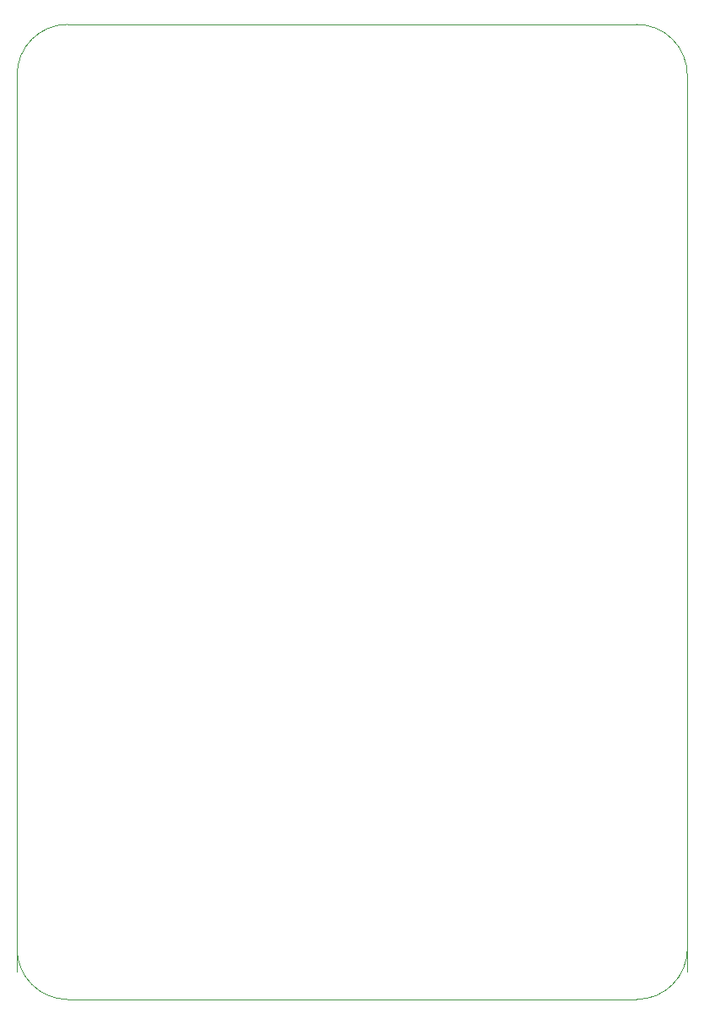
<source format=gbr>
%TF.GenerationSoftware,KiCad,Pcbnew,8.0.6*%
%TF.CreationDate,2024-10-21T23:06:16+01:00*%
%TF.ProjectId,vrishpad,76726973-6870-4616-942e-6b696361645f,rev?*%
%TF.SameCoordinates,Original*%
%TF.FileFunction,Profile,NP*%
%FSLAX46Y46*%
G04 Gerber Fmt 4.6, Leading zero omitted, Abs format (unit mm)*
G04 Created by KiCad (PCBNEW 8.0.6) date 2024-10-21 23:06:16*
%MOMM*%
%LPD*%
G01*
G04 APERTURE LIST*
%TA.AperFunction,Profile*%
%ADD10C,0.050000*%
%TD*%
G04 APERTURE END LIST*
D10*
X100337898Y-112007898D02*
G75*
G02*
X95257898Y-117087898I-5080000J0D01*
G01*
X38100000Y-117087898D02*
G75*
G02*
X33020000Y-112007898I0J5080000D01*
G01*
X95250000Y-19304000D02*
X38100000Y-19304000D01*
X38100000Y-117087898D02*
X95250000Y-117087898D01*
X95250000Y-19304000D02*
G75*
G02*
X100330000Y-24384000I0J-5080000D01*
G01*
X33020000Y-24384000D02*
G75*
G02*
X38100000Y-19304000I5080000J0D01*
G01*
X100330000Y-114300000D02*
X100330000Y-24384000D01*
X33020000Y-24384000D02*
X33020000Y-114300000D01*
M02*

</source>
